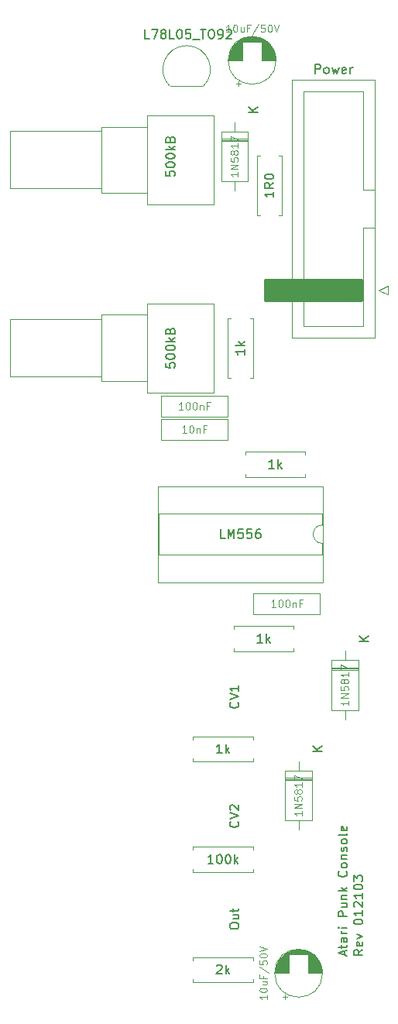
<source format=gbr>
G04 #@! TF.GenerationSoftware,KiCad,Pcbnew,(5.1.9)-1*
G04 #@! TF.CreationDate,2021-05-08T11:48:20+02:00*
G04 #@! TF.ProjectId,APC Eurorack Main,41504320-4575-4726-9f72-61636b204d61,rev?*
G04 #@! TF.SameCoordinates,Original*
G04 #@! TF.FileFunction,Legend,Top*
G04 #@! TF.FilePolarity,Positive*
%FSLAX46Y46*%
G04 Gerber Fmt 4.6, Leading zero omitted, Abs format (unit mm)*
G04 Created by KiCad (PCBNEW (5.1.9)-1) date 2021-05-08 11:48:20*
%MOMM*%
%LPD*%
G01*
G04 APERTURE LIST*
%ADD10C,0.200000*%
%ADD11C,0.120000*%
%ADD12C,0.150000*%
%ADD13C,0.100000*%
%ADD14C,0.254000*%
G04 APERTURE END LIST*
D10*
X21541666Y-104454523D02*
X21541666Y-103978333D01*
X21827380Y-104549761D02*
X20827380Y-104216428D01*
X21827380Y-103883095D01*
X21160714Y-103692619D02*
X21160714Y-103311666D01*
X20827380Y-103549761D02*
X21684523Y-103549761D01*
X21779761Y-103502142D01*
X21827380Y-103406904D01*
X21827380Y-103311666D01*
X21827380Y-102549761D02*
X21303571Y-102549761D01*
X21208333Y-102597380D01*
X21160714Y-102692619D01*
X21160714Y-102883095D01*
X21208333Y-102978333D01*
X21779761Y-102549761D02*
X21827380Y-102645000D01*
X21827380Y-102883095D01*
X21779761Y-102978333D01*
X21684523Y-103025952D01*
X21589285Y-103025952D01*
X21494047Y-102978333D01*
X21446428Y-102883095D01*
X21446428Y-102645000D01*
X21398809Y-102549761D01*
X21827380Y-102073571D02*
X21160714Y-102073571D01*
X21351190Y-102073571D02*
X21255952Y-102025952D01*
X21208333Y-101978333D01*
X21160714Y-101883095D01*
X21160714Y-101787857D01*
X21827380Y-101454523D02*
X21160714Y-101454523D01*
X20827380Y-101454523D02*
X20875000Y-101502142D01*
X20922619Y-101454523D01*
X20875000Y-101406904D01*
X20827380Y-101454523D01*
X20922619Y-101454523D01*
X21827380Y-100216428D02*
X20827380Y-100216428D01*
X20827380Y-99835476D01*
X20875000Y-99740238D01*
X20922619Y-99692619D01*
X21017857Y-99645000D01*
X21160714Y-99645000D01*
X21255952Y-99692619D01*
X21303571Y-99740238D01*
X21351190Y-99835476D01*
X21351190Y-100216428D01*
X21160714Y-98787857D02*
X21827380Y-98787857D01*
X21160714Y-99216428D02*
X21684523Y-99216428D01*
X21779761Y-99168809D01*
X21827380Y-99073571D01*
X21827380Y-98930714D01*
X21779761Y-98835476D01*
X21732142Y-98787857D01*
X21160714Y-98311666D02*
X21827380Y-98311666D01*
X21255952Y-98311666D02*
X21208333Y-98264047D01*
X21160714Y-98168809D01*
X21160714Y-98025952D01*
X21208333Y-97930714D01*
X21303571Y-97883095D01*
X21827380Y-97883095D01*
X21827380Y-97406904D02*
X20827380Y-97406904D01*
X21446428Y-97311666D02*
X21827380Y-97025952D01*
X21160714Y-97025952D02*
X21541666Y-97406904D01*
X21732142Y-95264047D02*
X21779761Y-95311666D01*
X21827380Y-95454523D01*
X21827380Y-95549761D01*
X21779761Y-95692619D01*
X21684523Y-95787857D01*
X21589285Y-95835476D01*
X21398809Y-95883095D01*
X21255952Y-95883095D01*
X21065476Y-95835476D01*
X20970238Y-95787857D01*
X20875000Y-95692619D01*
X20827380Y-95549761D01*
X20827380Y-95454523D01*
X20875000Y-95311666D01*
X20922619Y-95264047D01*
X21827380Y-94692619D02*
X21779761Y-94787857D01*
X21732142Y-94835476D01*
X21636904Y-94883095D01*
X21351190Y-94883095D01*
X21255952Y-94835476D01*
X21208333Y-94787857D01*
X21160714Y-94692619D01*
X21160714Y-94549761D01*
X21208333Y-94454523D01*
X21255952Y-94406904D01*
X21351190Y-94359285D01*
X21636904Y-94359285D01*
X21732142Y-94406904D01*
X21779761Y-94454523D01*
X21827380Y-94549761D01*
X21827380Y-94692619D01*
X21160714Y-93930714D02*
X21827380Y-93930714D01*
X21255952Y-93930714D02*
X21208333Y-93883095D01*
X21160714Y-93787857D01*
X21160714Y-93645000D01*
X21208333Y-93549761D01*
X21303571Y-93502142D01*
X21827380Y-93502142D01*
X21779761Y-93073571D02*
X21827380Y-92978333D01*
X21827380Y-92787857D01*
X21779761Y-92692619D01*
X21684523Y-92645000D01*
X21636904Y-92645000D01*
X21541666Y-92692619D01*
X21494047Y-92787857D01*
X21494047Y-92930714D01*
X21446428Y-93025952D01*
X21351190Y-93073571D01*
X21303571Y-93073571D01*
X21208333Y-93025952D01*
X21160714Y-92930714D01*
X21160714Y-92787857D01*
X21208333Y-92692619D01*
X21827380Y-92073571D02*
X21779761Y-92168809D01*
X21732142Y-92216428D01*
X21636904Y-92264047D01*
X21351190Y-92264047D01*
X21255952Y-92216428D01*
X21208333Y-92168809D01*
X21160714Y-92073571D01*
X21160714Y-91930714D01*
X21208333Y-91835476D01*
X21255952Y-91787857D01*
X21351190Y-91740238D01*
X21636904Y-91740238D01*
X21732142Y-91787857D01*
X21779761Y-91835476D01*
X21827380Y-91930714D01*
X21827380Y-92073571D01*
X21827380Y-91168809D02*
X21779761Y-91264047D01*
X21684523Y-91311666D01*
X20827380Y-91311666D01*
X21779761Y-90406904D02*
X21827380Y-90502142D01*
X21827380Y-90692619D01*
X21779761Y-90787857D01*
X21684523Y-90835476D01*
X21303571Y-90835476D01*
X21208333Y-90787857D01*
X21160714Y-90692619D01*
X21160714Y-90502142D01*
X21208333Y-90406904D01*
X21303571Y-90359285D01*
X21398809Y-90359285D01*
X21494047Y-90835476D01*
X23527380Y-103835476D02*
X23051190Y-104168809D01*
X23527380Y-104406904D02*
X22527380Y-104406904D01*
X22527380Y-104025952D01*
X22575000Y-103930714D01*
X22622619Y-103883095D01*
X22717857Y-103835476D01*
X22860714Y-103835476D01*
X22955952Y-103883095D01*
X23003571Y-103930714D01*
X23051190Y-104025952D01*
X23051190Y-104406904D01*
X23479761Y-103025952D02*
X23527380Y-103121190D01*
X23527380Y-103311666D01*
X23479761Y-103406904D01*
X23384523Y-103454523D01*
X23003571Y-103454523D01*
X22908333Y-103406904D01*
X22860714Y-103311666D01*
X22860714Y-103121190D01*
X22908333Y-103025952D01*
X23003571Y-102978333D01*
X23098809Y-102978333D01*
X23194047Y-103454523D01*
X22860714Y-102645000D02*
X23527380Y-102406904D01*
X22860714Y-102168809D01*
X22527380Y-100835476D02*
X22527380Y-100740238D01*
X22575000Y-100645000D01*
X22622619Y-100597380D01*
X22717857Y-100549761D01*
X22908333Y-100502142D01*
X23146428Y-100502142D01*
X23336904Y-100549761D01*
X23432142Y-100597380D01*
X23479761Y-100645000D01*
X23527380Y-100740238D01*
X23527380Y-100835476D01*
X23479761Y-100930714D01*
X23432142Y-100978333D01*
X23336904Y-101025952D01*
X23146428Y-101073571D01*
X22908333Y-101073571D01*
X22717857Y-101025952D01*
X22622619Y-100978333D01*
X22575000Y-100930714D01*
X22527380Y-100835476D01*
X23527380Y-99549761D02*
X23527380Y-100121190D01*
X23527380Y-99835476D02*
X22527380Y-99835476D01*
X22670238Y-99930714D01*
X22765476Y-100025952D01*
X22813095Y-100121190D01*
X22622619Y-99168809D02*
X22575000Y-99121190D01*
X22527380Y-99025952D01*
X22527380Y-98787857D01*
X22575000Y-98692619D01*
X22622619Y-98645000D01*
X22717857Y-98597380D01*
X22813095Y-98597380D01*
X22955952Y-98645000D01*
X23527380Y-99216428D01*
X23527380Y-98597380D01*
X23527380Y-97645000D02*
X23527380Y-98216428D01*
X23527380Y-97930714D02*
X22527380Y-97930714D01*
X22670238Y-98025952D01*
X22765476Y-98121190D01*
X22813095Y-98216428D01*
X22527380Y-97025952D02*
X22527380Y-96930714D01*
X22575000Y-96835476D01*
X22622619Y-96787857D01*
X22717857Y-96740238D01*
X22908333Y-96692619D01*
X23146428Y-96692619D01*
X23336904Y-96740238D01*
X23432142Y-96787857D01*
X23479761Y-96835476D01*
X23527380Y-96930714D01*
X23527380Y-97025952D01*
X23479761Y-97121190D01*
X23432142Y-97168809D01*
X23336904Y-97216428D01*
X23146428Y-97264047D01*
X22908333Y-97264047D01*
X22717857Y-97216428D01*
X22622619Y-97168809D01*
X22575000Y-97121190D01*
X22527380Y-97025952D01*
X22527380Y-96359285D02*
X22527380Y-95740238D01*
X22908333Y-96073571D01*
X22908333Y-95930714D01*
X22955952Y-95835476D01*
X23003571Y-95787857D01*
X23098809Y-95740238D01*
X23336904Y-95740238D01*
X23432142Y-95787857D01*
X23479761Y-95835476D01*
X23527380Y-95930714D01*
X23527380Y-96216428D01*
X23479761Y-96311666D01*
X23432142Y-96359285D01*
D11*
G04 #@! TO.C,R1*
X17240000Y-51840000D02*
X17240000Y-52170000D01*
X17240000Y-52170000D02*
X10700000Y-52170000D01*
X10700000Y-52170000D02*
X10700000Y-51840000D01*
X17240000Y-49760000D02*
X17240000Y-49430000D01*
X17240000Y-49430000D02*
X10700000Y-49430000D01*
X10700000Y-49430000D02*
X10700000Y-49760000D01*
G04 #@! TO.C,R11*
X7250000Y-42930000D02*
X-40000Y-42930000D01*
X7250000Y-33190000D02*
X-40000Y-33190000D01*
X7250000Y-42930000D02*
X7250000Y-33190000D01*
X-40000Y-42930000D02*
X-40000Y-33190000D01*
X-40000Y-41680000D02*
X-5040000Y-41680000D01*
X-40000Y-34440000D02*
X-5040000Y-34440000D01*
X-40000Y-41680000D02*
X-40000Y-34440000D01*
X-5040000Y-41680000D02*
X-5040000Y-34440000D01*
X-5040000Y-41180000D02*
X-15040000Y-41180000D01*
X-5040000Y-34940000D02*
X-15040000Y-34940000D01*
X-5040000Y-41180000D02*
X-5040000Y-34940000D01*
X-15040000Y-41180000D02*
X-15040000Y-34940000D01*
G04 #@! TO.C,R10*
X7250000Y-22370000D02*
X-40000Y-22370000D01*
X7250000Y-12630000D02*
X-40000Y-12630000D01*
X7250000Y-22370000D02*
X7250000Y-12630000D01*
X-40000Y-22370000D02*
X-40000Y-12630000D01*
X-40000Y-21120000D02*
X-5040000Y-21120000D01*
X-40000Y-13880000D02*
X-5040000Y-13880000D01*
X-40000Y-21120000D02*
X-40000Y-13880000D01*
X-5040000Y-21120000D02*
X-5040000Y-13880000D01*
X-5040000Y-20620000D02*
X-15040000Y-20620000D01*
X-5040000Y-14380000D02*
X-15040000Y-14380000D01*
X-5040000Y-20620000D02*
X-5040000Y-14380000D01*
X-15040000Y-20620000D02*
X-15040000Y-14380000D01*
G04 #@! TO.C,R9*
X11530000Y-34830000D02*
X11200000Y-34830000D01*
X11530000Y-41370000D02*
X11530000Y-34830000D01*
X11200000Y-41370000D02*
X11530000Y-41370000D01*
X8790000Y-34830000D02*
X9120000Y-34830000D01*
X8790000Y-41370000D02*
X8790000Y-34830000D01*
X9120000Y-41370000D02*
X8790000Y-41370000D01*
G04 #@! TO.C,R8*
X15970000Y-71220000D02*
X15970000Y-70890000D01*
X9430000Y-71220000D02*
X15970000Y-71220000D01*
X9430000Y-70890000D02*
X9430000Y-71220000D01*
X15970000Y-68480000D02*
X15970000Y-68810000D01*
X9430000Y-68480000D02*
X15970000Y-68480000D01*
X9430000Y-68810000D02*
X9430000Y-68480000D01*
G04 #@! TO.C,R7*
X11525000Y-83285000D02*
X11525000Y-82955000D01*
X4985000Y-83285000D02*
X11525000Y-83285000D01*
X4985000Y-82955000D02*
X4985000Y-83285000D01*
X11525000Y-80545000D02*
X11525000Y-80875000D01*
X4985000Y-80545000D02*
X11525000Y-80545000D01*
X4985000Y-80875000D02*
X4985000Y-80545000D01*
G04 #@! TO.C,R4*
X11525000Y-107415000D02*
X11525000Y-107085000D01*
X4985000Y-107415000D02*
X11525000Y-107415000D01*
X4985000Y-107085000D02*
X4985000Y-107415000D01*
X11525000Y-104675000D02*
X11525000Y-105005000D01*
X4985000Y-104675000D02*
X11525000Y-104675000D01*
X4985000Y-105005000D02*
X4985000Y-104675000D01*
G04 #@! TO.C,R3*
X4985000Y-92610000D02*
X4985000Y-92940000D01*
X11525000Y-92610000D02*
X4985000Y-92610000D01*
X11525000Y-92940000D02*
X11525000Y-92610000D01*
X4985000Y-95350000D02*
X4985000Y-95020000D01*
X11525000Y-95350000D02*
X4985000Y-95350000D01*
X11525000Y-95020000D02*
X11525000Y-95350000D01*
G04 #@! TO.C,R2*
X11965000Y-23590000D02*
X12295000Y-23590000D01*
X11965000Y-17050000D02*
X11965000Y-23590000D01*
X12295000Y-17050000D02*
X11965000Y-17050000D01*
X14705000Y-23590000D02*
X14375000Y-23590000D01*
X14705000Y-17050000D02*
X14705000Y-23590000D01*
X14375000Y-17050000D02*
X14705000Y-17050000D01*
G04 #@! TO.C,J1*
X26270000Y-31250000D02*
X25270000Y-31750000D01*
X26270000Y-32250000D02*
X26270000Y-31250000D01*
X25270000Y-31750000D02*
X26270000Y-32250000D01*
X23570000Y-20810000D02*
X24880000Y-20810000D01*
X23570000Y-20810000D02*
X23570000Y-20810000D01*
X23570000Y-10060000D02*
X23570000Y-20810000D01*
X17070000Y-10060000D02*
X23570000Y-10060000D01*
X17070000Y-35660000D02*
X17070000Y-10060000D01*
X23570000Y-35660000D02*
X17070000Y-35660000D01*
X23570000Y-24910000D02*
X23570000Y-35660000D01*
X24880000Y-24910000D02*
X23570000Y-24910000D01*
X24880000Y-8760000D02*
X24880000Y-36960000D01*
X15760000Y-8760000D02*
X24880000Y-8760000D01*
X15760000Y-36960000D02*
X15760000Y-8760000D01*
X24880000Y-36960000D02*
X15760000Y-36960000D01*
G04 #@! TO.C,IC2*
X19170000Y-63670000D02*
X19170000Y-53170000D01*
X1150000Y-63670000D02*
X19170000Y-63670000D01*
X1150000Y-53170000D02*
X1150000Y-63670000D01*
X19170000Y-53170000D02*
X1150000Y-53170000D01*
X19110000Y-60670000D02*
X19110000Y-59420000D01*
X1210000Y-60670000D02*
X19110000Y-60670000D01*
X1210000Y-56170000D02*
X1210000Y-60670000D01*
X19110000Y-56170000D02*
X1210000Y-56170000D01*
X19110000Y-57420000D02*
X19110000Y-56170000D01*
X19110000Y-59420000D02*
G75*
G02*
X19110000Y-57420000I0J1000000D01*
G01*
G04 #@! TO.C,IC1*
X2470000Y-9470000D02*
X6070000Y-9470000D01*
X6108478Y-9458478D02*
G75*
G03*
X4270000Y-5020000I-1838478J1838478D01*
G01*
X2431522Y-9458478D02*
G75*
G02*
X4270000Y-5020000I1838478J1838478D01*
G01*
G04 #@! TO.C,D3*
X23060000Y-72990000D02*
X20120000Y-72990000D01*
X23060000Y-73230000D02*
X20120000Y-73230000D01*
X23060000Y-73110000D02*
X20120000Y-73110000D01*
X21590000Y-78670000D02*
X21590000Y-77650000D01*
X21590000Y-71190000D02*
X21590000Y-72210000D01*
X23060000Y-77650000D02*
X23060000Y-72210000D01*
X20120000Y-77650000D02*
X23060000Y-77650000D01*
X20120000Y-72210000D02*
X20120000Y-77650000D01*
X23060000Y-72210000D02*
X20120000Y-72210000D01*
G04 #@! TO.C,D2*
X17980000Y-85055000D02*
X15040000Y-85055000D01*
X17980000Y-85295000D02*
X15040000Y-85295000D01*
X17980000Y-85175000D02*
X15040000Y-85175000D01*
X16510000Y-90735000D02*
X16510000Y-89715000D01*
X16510000Y-83255000D02*
X16510000Y-84275000D01*
X17980000Y-89715000D02*
X17980000Y-84275000D01*
X15040000Y-89715000D02*
X17980000Y-89715000D01*
X15040000Y-84275000D02*
X15040000Y-89715000D01*
X17980000Y-84275000D02*
X15040000Y-84275000D01*
G04 #@! TO.C,D1*
X10995000Y-15205000D02*
X8055000Y-15205000D01*
X10995000Y-15445000D02*
X8055000Y-15445000D01*
X10995000Y-15325000D02*
X8055000Y-15325000D01*
X9525000Y-20885000D02*
X9525000Y-19865000D01*
X9525000Y-13405000D02*
X9525000Y-14425000D01*
X10995000Y-19865000D02*
X10995000Y-14425000D01*
X8055000Y-19865000D02*
X10995000Y-19865000D01*
X8055000Y-14425000D02*
X8055000Y-19865000D01*
X10995000Y-14425000D02*
X8055000Y-14425000D01*
G04 #@! TO.C,C5*
X9705000Y-9174775D02*
X10205000Y-9174775D01*
X9955000Y-9424775D02*
X9955000Y-8924775D01*
X11146000Y-4019000D02*
X11714000Y-4019000D01*
X10912000Y-4059000D02*
X11948000Y-4059000D01*
X10753000Y-4099000D02*
X12107000Y-4099000D01*
X10625000Y-4139000D02*
X12235000Y-4139000D01*
X10515000Y-4179000D02*
X12345000Y-4179000D01*
X10419000Y-4219000D02*
X12441000Y-4219000D01*
X10332000Y-4259000D02*
X12528000Y-4259000D01*
X10252000Y-4299000D02*
X12608000Y-4299000D01*
X10179000Y-4339000D02*
X12681000Y-4339000D01*
X10111000Y-4379000D02*
X12749000Y-4379000D01*
X10047000Y-4419000D02*
X12813000Y-4419000D01*
X9987000Y-4459000D02*
X12873000Y-4459000D01*
X9930000Y-4499000D02*
X12930000Y-4499000D01*
X9876000Y-4539000D02*
X12984000Y-4539000D01*
X9825000Y-4579000D02*
X13035000Y-4579000D01*
X12470000Y-4619000D02*
X13083000Y-4619000D01*
X9777000Y-4619000D02*
X10390000Y-4619000D01*
X12470000Y-4659000D02*
X13129000Y-4659000D01*
X9731000Y-4659000D02*
X10390000Y-4659000D01*
X12470000Y-4699000D02*
X13173000Y-4699000D01*
X9687000Y-4699000D02*
X10390000Y-4699000D01*
X12470000Y-4739000D02*
X13215000Y-4739000D01*
X9645000Y-4739000D02*
X10390000Y-4739000D01*
X12470000Y-4779000D02*
X13256000Y-4779000D01*
X9604000Y-4779000D02*
X10390000Y-4779000D01*
X12470000Y-4819000D02*
X13294000Y-4819000D01*
X9566000Y-4819000D02*
X10390000Y-4819000D01*
X12470000Y-4859000D02*
X13331000Y-4859000D01*
X9529000Y-4859000D02*
X10390000Y-4859000D01*
X12470000Y-4899000D02*
X13367000Y-4899000D01*
X9493000Y-4899000D02*
X10390000Y-4899000D01*
X12470000Y-4939000D02*
X13401000Y-4939000D01*
X9459000Y-4939000D02*
X10390000Y-4939000D01*
X12470000Y-4979000D02*
X13434000Y-4979000D01*
X9426000Y-4979000D02*
X10390000Y-4979000D01*
X12470000Y-5019000D02*
X13465000Y-5019000D01*
X9395000Y-5019000D02*
X10390000Y-5019000D01*
X12470000Y-5059000D02*
X13495000Y-5059000D01*
X9365000Y-5059000D02*
X10390000Y-5059000D01*
X12470000Y-5099000D02*
X13525000Y-5099000D01*
X9335000Y-5099000D02*
X10390000Y-5099000D01*
X12470000Y-5139000D02*
X13552000Y-5139000D01*
X9308000Y-5139000D02*
X10390000Y-5139000D01*
X12470000Y-5179000D02*
X13579000Y-5179000D01*
X9281000Y-5179000D02*
X10390000Y-5179000D01*
X12470000Y-5219000D02*
X13605000Y-5219000D01*
X9255000Y-5219000D02*
X10390000Y-5219000D01*
X12470000Y-5259000D02*
X13630000Y-5259000D01*
X9230000Y-5259000D02*
X10390000Y-5259000D01*
X12470000Y-5299000D02*
X13654000Y-5299000D01*
X9206000Y-5299000D02*
X10390000Y-5299000D01*
X12470000Y-5339000D02*
X13677000Y-5339000D01*
X9183000Y-5339000D02*
X10390000Y-5339000D01*
X12470000Y-5379000D02*
X13698000Y-5379000D01*
X9162000Y-5379000D02*
X10390000Y-5379000D01*
X12470000Y-5419000D02*
X13720000Y-5419000D01*
X9140000Y-5419000D02*
X10390000Y-5419000D01*
X12470000Y-5459000D02*
X13740000Y-5459000D01*
X9120000Y-5459000D02*
X10390000Y-5459000D01*
X12470000Y-5499000D02*
X13759000Y-5499000D01*
X9101000Y-5499000D02*
X10390000Y-5499000D01*
X12470000Y-5539000D02*
X13778000Y-5539000D01*
X9082000Y-5539000D02*
X10390000Y-5539000D01*
X12470000Y-5579000D02*
X13795000Y-5579000D01*
X9065000Y-5579000D02*
X10390000Y-5579000D01*
X12470000Y-5619000D02*
X13812000Y-5619000D01*
X9048000Y-5619000D02*
X10390000Y-5619000D01*
X12470000Y-5659000D02*
X13828000Y-5659000D01*
X9032000Y-5659000D02*
X10390000Y-5659000D01*
X12470000Y-5699000D02*
X13844000Y-5699000D01*
X9016000Y-5699000D02*
X10390000Y-5699000D01*
X12470000Y-5739000D02*
X13858000Y-5739000D01*
X9002000Y-5739000D02*
X10390000Y-5739000D01*
X12470000Y-5779000D02*
X13872000Y-5779000D01*
X8988000Y-5779000D02*
X10390000Y-5779000D01*
X12470000Y-5819000D02*
X13885000Y-5819000D01*
X8975000Y-5819000D02*
X10390000Y-5819000D01*
X12470000Y-5859000D02*
X13898000Y-5859000D01*
X8962000Y-5859000D02*
X10390000Y-5859000D01*
X12470000Y-5899000D02*
X13910000Y-5899000D01*
X8950000Y-5899000D02*
X10390000Y-5899000D01*
X12470000Y-5940000D02*
X13921000Y-5940000D01*
X8939000Y-5940000D02*
X10390000Y-5940000D01*
X12470000Y-5980000D02*
X13931000Y-5980000D01*
X8929000Y-5980000D02*
X10390000Y-5980000D01*
X12470000Y-6020000D02*
X13941000Y-6020000D01*
X8919000Y-6020000D02*
X10390000Y-6020000D01*
X12470000Y-6060000D02*
X13950000Y-6060000D01*
X8910000Y-6060000D02*
X10390000Y-6060000D01*
X12470000Y-6100000D02*
X13958000Y-6100000D01*
X8902000Y-6100000D02*
X10390000Y-6100000D01*
X12470000Y-6140000D02*
X13966000Y-6140000D01*
X8894000Y-6140000D02*
X10390000Y-6140000D01*
X12470000Y-6180000D02*
X13973000Y-6180000D01*
X8887000Y-6180000D02*
X10390000Y-6180000D01*
X12470000Y-6220000D02*
X13980000Y-6220000D01*
X8880000Y-6220000D02*
X10390000Y-6220000D01*
X12470000Y-6260000D02*
X13986000Y-6260000D01*
X8874000Y-6260000D02*
X10390000Y-6260000D01*
X12470000Y-6300000D02*
X13991000Y-6300000D01*
X8869000Y-6300000D02*
X10390000Y-6300000D01*
X12470000Y-6340000D02*
X13995000Y-6340000D01*
X8865000Y-6340000D02*
X10390000Y-6340000D01*
X12470000Y-6380000D02*
X13999000Y-6380000D01*
X8861000Y-6380000D02*
X10390000Y-6380000D01*
X12470000Y-6420000D02*
X14003000Y-6420000D01*
X8857000Y-6420000D02*
X10390000Y-6420000D01*
X12470000Y-6460000D02*
X14006000Y-6460000D01*
X8854000Y-6460000D02*
X10390000Y-6460000D01*
X12470000Y-6500000D02*
X14008000Y-6500000D01*
X8852000Y-6500000D02*
X10390000Y-6500000D01*
X12470000Y-6540000D02*
X14009000Y-6540000D01*
X8851000Y-6540000D02*
X10390000Y-6540000D01*
X8850000Y-6580000D02*
X10390000Y-6580000D01*
X12470000Y-6580000D02*
X14010000Y-6580000D01*
X8850000Y-6620000D02*
X10390000Y-6620000D01*
X12470000Y-6620000D02*
X14010000Y-6620000D01*
X14050000Y-6620000D02*
G75*
G03*
X14050000Y-6620000I-2620000J0D01*
G01*
G04 #@! TO.C,C4*
X1500000Y-45570000D02*
X1500000Y-43330000D01*
X8740000Y-45570000D02*
X8740000Y-43330000D01*
X8740000Y-43330000D02*
X1500000Y-43330000D01*
X8740000Y-45570000D02*
X1500000Y-45570000D01*
G04 #@! TO.C,C3*
X14785000Y-108964775D02*
X15285000Y-108964775D01*
X15035000Y-109214775D02*
X15035000Y-108714775D01*
X16226000Y-103809000D02*
X16794000Y-103809000D01*
X15992000Y-103849000D02*
X17028000Y-103849000D01*
X15833000Y-103889000D02*
X17187000Y-103889000D01*
X15705000Y-103929000D02*
X17315000Y-103929000D01*
X15595000Y-103969000D02*
X17425000Y-103969000D01*
X15499000Y-104009000D02*
X17521000Y-104009000D01*
X15412000Y-104049000D02*
X17608000Y-104049000D01*
X15332000Y-104089000D02*
X17688000Y-104089000D01*
X15259000Y-104129000D02*
X17761000Y-104129000D01*
X15191000Y-104169000D02*
X17829000Y-104169000D01*
X15127000Y-104209000D02*
X17893000Y-104209000D01*
X15067000Y-104249000D02*
X17953000Y-104249000D01*
X15010000Y-104289000D02*
X18010000Y-104289000D01*
X14956000Y-104329000D02*
X18064000Y-104329000D01*
X14905000Y-104369000D02*
X18115000Y-104369000D01*
X17550000Y-104409000D02*
X18163000Y-104409000D01*
X14857000Y-104409000D02*
X15470000Y-104409000D01*
X17550000Y-104449000D02*
X18209000Y-104449000D01*
X14811000Y-104449000D02*
X15470000Y-104449000D01*
X17550000Y-104489000D02*
X18253000Y-104489000D01*
X14767000Y-104489000D02*
X15470000Y-104489000D01*
X17550000Y-104529000D02*
X18295000Y-104529000D01*
X14725000Y-104529000D02*
X15470000Y-104529000D01*
X17550000Y-104569000D02*
X18336000Y-104569000D01*
X14684000Y-104569000D02*
X15470000Y-104569000D01*
X17550000Y-104609000D02*
X18374000Y-104609000D01*
X14646000Y-104609000D02*
X15470000Y-104609000D01*
X17550000Y-104649000D02*
X18411000Y-104649000D01*
X14609000Y-104649000D02*
X15470000Y-104649000D01*
X17550000Y-104689000D02*
X18447000Y-104689000D01*
X14573000Y-104689000D02*
X15470000Y-104689000D01*
X17550000Y-104729000D02*
X18481000Y-104729000D01*
X14539000Y-104729000D02*
X15470000Y-104729000D01*
X17550000Y-104769000D02*
X18514000Y-104769000D01*
X14506000Y-104769000D02*
X15470000Y-104769000D01*
X17550000Y-104809000D02*
X18545000Y-104809000D01*
X14475000Y-104809000D02*
X15470000Y-104809000D01*
X17550000Y-104849000D02*
X18575000Y-104849000D01*
X14445000Y-104849000D02*
X15470000Y-104849000D01*
X17550000Y-104889000D02*
X18605000Y-104889000D01*
X14415000Y-104889000D02*
X15470000Y-104889000D01*
X17550000Y-104929000D02*
X18632000Y-104929000D01*
X14388000Y-104929000D02*
X15470000Y-104929000D01*
X17550000Y-104969000D02*
X18659000Y-104969000D01*
X14361000Y-104969000D02*
X15470000Y-104969000D01*
X17550000Y-105009000D02*
X18685000Y-105009000D01*
X14335000Y-105009000D02*
X15470000Y-105009000D01*
X17550000Y-105049000D02*
X18710000Y-105049000D01*
X14310000Y-105049000D02*
X15470000Y-105049000D01*
X17550000Y-105089000D02*
X18734000Y-105089000D01*
X14286000Y-105089000D02*
X15470000Y-105089000D01*
X17550000Y-105129000D02*
X18757000Y-105129000D01*
X14263000Y-105129000D02*
X15470000Y-105129000D01*
X17550000Y-105169000D02*
X18778000Y-105169000D01*
X14242000Y-105169000D02*
X15470000Y-105169000D01*
X17550000Y-105209000D02*
X18800000Y-105209000D01*
X14220000Y-105209000D02*
X15470000Y-105209000D01*
X17550000Y-105249000D02*
X18820000Y-105249000D01*
X14200000Y-105249000D02*
X15470000Y-105249000D01*
X17550000Y-105289000D02*
X18839000Y-105289000D01*
X14181000Y-105289000D02*
X15470000Y-105289000D01*
X17550000Y-105329000D02*
X18858000Y-105329000D01*
X14162000Y-105329000D02*
X15470000Y-105329000D01*
X17550000Y-105369000D02*
X18875000Y-105369000D01*
X14145000Y-105369000D02*
X15470000Y-105369000D01*
X17550000Y-105409000D02*
X18892000Y-105409000D01*
X14128000Y-105409000D02*
X15470000Y-105409000D01*
X17550000Y-105449000D02*
X18908000Y-105449000D01*
X14112000Y-105449000D02*
X15470000Y-105449000D01*
X17550000Y-105489000D02*
X18924000Y-105489000D01*
X14096000Y-105489000D02*
X15470000Y-105489000D01*
X17550000Y-105529000D02*
X18938000Y-105529000D01*
X14082000Y-105529000D02*
X15470000Y-105529000D01*
X17550000Y-105569000D02*
X18952000Y-105569000D01*
X14068000Y-105569000D02*
X15470000Y-105569000D01*
X17550000Y-105609000D02*
X18965000Y-105609000D01*
X14055000Y-105609000D02*
X15470000Y-105609000D01*
X17550000Y-105649000D02*
X18978000Y-105649000D01*
X14042000Y-105649000D02*
X15470000Y-105649000D01*
X17550000Y-105689000D02*
X18990000Y-105689000D01*
X14030000Y-105689000D02*
X15470000Y-105689000D01*
X17550000Y-105730000D02*
X19001000Y-105730000D01*
X14019000Y-105730000D02*
X15470000Y-105730000D01*
X17550000Y-105770000D02*
X19011000Y-105770000D01*
X14009000Y-105770000D02*
X15470000Y-105770000D01*
X17550000Y-105810000D02*
X19021000Y-105810000D01*
X13999000Y-105810000D02*
X15470000Y-105810000D01*
X17550000Y-105850000D02*
X19030000Y-105850000D01*
X13990000Y-105850000D02*
X15470000Y-105850000D01*
X17550000Y-105890000D02*
X19038000Y-105890000D01*
X13982000Y-105890000D02*
X15470000Y-105890000D01*
X17550000Y-105930000D02*
X19046000Y-105930000D01*
X13974000Y-105930000D02*
X15470000Y-105930000D01*
X17550000Y-105970000D02*
X19053000Y-105970000D01*
X13967000Y-105970000D02*
X15470000Y-105970000D01*
X17550000Y-106010000D02*
X19060000Y-106010000D01*
X13960000Y-106010000D02*
X15470000Y-106010000D01*
X17550000Y-106050000D02*
X19066000Y-106050000D01*
X13954000Y-106050000D02*
X15470000Y-106050000D01*
X17550000Y-106090000D02*
X19071000Y-106090000D01*
X13949000Y-106090000D02*
X15470000Y-106090000D01*
X17550000Y-106130000D02*
X19075000Y-106130000D01*
X13945000Y-106130000D02*
X15470000Y-106130000D01*
X17550000Y-106170000D02*
X19079000Y-106170000D01*
X13941000Y-106170000D02*
X15470000Y-106170000D01*
X17550000Y-106210000D02*
X19083000Y-106210000D01*
X13937000Y-106210000D02*
X15470000Y-106210000D01*
X17550000Y-106250000D02*
X19086000Y-106250000D01*
X13934000Y-106250000D02*
X15470000Y-106250000D01*
X17550000Y-106290000D02*
X19088000Y-106290000D01*
X13932000Y-106290000D02*
X15470000Y-106290000D01*
X17550000Y-106330000D02*
X19089000Y-106330000D01*
X13931000Y-106330000D02*
X15470000Y-106330000D01*
X13930000Y-106370000D02*
X15470000Y-106370000D01*
X17550000Y-106370000D02*
X19090000Y-106370000D01*
X13930000Y-106410000D02*
X15470000Y-106410000D01*
X17550000Y-106410000D02*
X19090000Y-106410000D01*
X19130000Y-106410000D02*
G75*
G03*
X19130000Y-106410000I-2620000J0D01*
G01*
G04 #@! TO.C,C2*
X18820000Y-64920000D02*
X18820000Y-67160000D01*
X11580000Y-64920000D02*
X11580000Y-67160000D01*
X11580000Y-67160000D02*
X18820000Y-67160000D01*
X11580000Y-64920000D02*
X18820000Y-64920000D01*
G04 #@! TO.C,C1*
X1500000Y-48110000D02*
X1500000Y-45870000D01*
X8740000Y-48110000D02*
X8740000Y-45870000D01*
X8740000Y-45870000D02*
X1500000Y-45870000D01*
X8740000Y-48110000D02*
X1500000Y-48110000D01*
G04 #@! TO.C,R1*
D12*
X13850952Y-51252380D02*
X13279523Y-51252380D01*
X13565238Y-51252380D02*
X13565238Y-50252380D01*
X13470000Y-50395238D01*
X13374761Y-50490476D01*
X13279523Y-50538095D01*
X14279523Y-51252380D02*
X14279523Y-50252380D01*
X14374761Y-50871428D02*
X14660476Y-51252380D01*
X14660476Y-50585714D02*
X14279523Y-50966666D01*
G04 #@! TO.C,R11*
X1992380Y-39719047D02*
X1992380Y-40195238D01*
X2468571Y-40242857D01*
X2420952Y-40195238D01*
X2373333Y-40100000D01*
X2373333Y-39861904D01*
X2420952Y-39766666D01*
X2468571Y-39719047D01*
X2563809Y-39671428D01*
X2801904Y-39671428D01*
X2897142Y-39719047D01*
X2944761Y-39766666D01*
X2992380Y-39861904D01*
X2992380Y-40100000D01*
X2944761Y-40195238D01*
X2897142Y-40242857D01*
X1992380Y-39052380D02*
X1992380Y-38957142D01*
X2040000Y-38861904D01*
X2087619Y-38814285D01*
X2182857Y-38766666D01*
X2373333Y-38719047D01*
X2611428Y-38719047D01*
X2801904Y-38766666D01*
X2897142Y-38814285D01*
X2944761Y-38861904D01*
X2992380Y-38957142D01*
X2992380Y-39052380D01*
X2944761Y-39147619D01*
X2897142Y-39195238D01*
X2801904Y-39242857D01*
X2611428Y-39290476D01*
X2373333Y-39290476D01*
X2182857Y-39242857D01*
X2087619Y-39195238D01*
X2040000Y-39147619D01*
X1992380Y-39052380D01*
X1992380Y-38100000D02*
X1992380Y-38004761D01*
X2040000Y-37909523D01*
X2087619Y-37861904D01*
X2182857Y-37814285D01*
X2373333Y-37766666D01*
X2611428Y-37766666D01*
X2801904Y-37814285D01*
X2897142Y-37861904D01*
X2944761Y-37909523D01*
X2992380Y-38004761D01*
X2992380Y-38100000D01*
X2944761Y-38195238D01*
X2897142Y-38242857D01*
X2801904Y-38290476D01*
X2611428Y-38338095D01*
X2373333Y-38338095D01*
X2182857Y-38290476D01*
X2087619Y-38242857D01*
X2040000Y-38195238D01*
X1992380Y-38100000D01*
X2992380Y-37338095D02*
X1992380Y-37338095D01*
X2611428Y-37242857D02*
X2992380Y-36957142D01*
X2325714Y-36957142D02*
X2706666Y-37338095D01*
X2468571Y-36195238D02*
X2516190Y-36052380D01*
X2563809Y-36004761D01*
X2659047Y-35957142D01*
X2801904Y-35957142D01*
X2897142Y-36004761D01*
X2944761Y-36052380D01*
X2992380Y-36147619D01*
X2992380Y-36528571D01*
X1992380Y-36528571D01*
X1992380Y-36195238D01*
X2040000Y-36100000D01*
X2087619Y-36052380D01*
X2182857Y-36004761D01*
X2278095Y-36004761D01*
X2373333Y-36052380D01*
X2420952Y-36100000D01*
X2468571Y-36195238D01*
X2468571Y-36528571D01*
G04 #@! TO.C,R10*
X1992380Y-18764047D02*
X1992380Y-19240238D01*
X2468571Y-19287857D01*
X2420952Y-19240238D01*
X2373333Y-19145000D01*
X2373333Y-18906904D01*
X2420952Y-18811666D01*
X2468571Y-18764047D01*
X2563809Y-18716428D01*
X2801904Y-18716428D01*
X2897142Y-18764047D01*
X2944761Y-18811666D01*
X2992380Y-18906904D01*
X2992380Y-19145000D01*
X2944761Y-19240238D01*
X2897142Y-19287857D01*
X1992380Y-18097380D02*
X1992380Y-18002142D01*
X2040000Y-17906904D01*
X2087619Y-17859285D01*
X2182857Y-17811666D01*
X2373333Y-17764047D01*
X2611428Y-17764047D01*
X2801904Y-17811666D01*
X2897142Y-17859285D01*
X2944761Y-17906904D01*
X2992380Y-18002142D01*
X2992380Y-18097380D01*
X2944761Y-18192619D01*
X2897142Y-18240238D01*
X2801904Y-18287857D01*
X2611428Y-18335476D01*
X2373333Y-18335476D01*
X2182857Y-18287857D01*
X2087619Y-18240238D01*
X2040000Y-18192619D01*
X1992380Y-18097380D01*
X1992380Y-17145000D02*
X1992380Y-17049761D01*
X2040000Y-16954523D01*
X2087619Y-16906904D01*
X2182857Y-16859285D01*
X2373333Y-16811666D01*
X2611428Y-16811666D01*
X2801904Y-16859285D01*
X2897142Y-16906904D01*
X2944761Y-16954523D01*
X2992380Y-17049761D01*
X2992380Y-17145000D01*
X2944761Y-17240238D01*
X2897142Y-17287857D01*
X2801904Y-17335476D01*
X2611428Y-17383095D01*
X2373333Y-17383095D01*
X2182857Y-17335476D01*
X2087619Y-17287857D01*
X2040000Y-17240238D01*
X1992380Y-17145000D01*
X2992380Y-16383095D02*
X1992380Y-16383095D01*
X2611428Y-16287857D02*
X2992380Y-16002142D01*
X2325714Y-16002142D02*
X2706666Y-16383095D01*
X2468571Y-15240238D02*
X2516190Y-15097380D01*
X2563809Y-15049761D01*
X2659047Y-15002142D01*
X2801904Y-15002142D01*
X2897142Y-15049761D01*
X2944761Y-15097380D01*
X2992380Y-15192619D01*
X2992380Y-15573571D01*
X1992380Y-15573571D01*
X1992380Y-15240238D01*
X2040000Y-15145000D01*
X2087619Y-15097380D01*
X2182857Y-15049761D01*
X2278095Y-15049761D01*
X2373333Y-15097380D01*
X2420952Y-15145000D01*
X2468571Y-15240238D01*
X2468571Y-15573571D01*
G04 #@! TO.C,J6*
X9882142Y-76795238D02*
X9929761Y-76842857D01*
X9977380Y-76985714D01*
X9977380Y-77080952D01*
X9929761Y-77223809D01*
X9834523Y-77319047D01*
X9739285Y-77366666D01*
X9548809Y-77414285D01*
X9405952Y-77414285D01*
X9215476Y-77366666D01*
X9120238Y-77319047D01*
X9025000Y-77223809D01*
X8977380Y-77080952D01*
X8977380Y-76985714D01*
X9025000Y-76842857D01*
X9072619Y-76795238D01*
X8977380Y-76509523D02*
X9977380Y-76176190D01*
X8977380Y-75842857D01*
X9977380Y-74985714D02*
X9977380Y-75557142D01*
X9977380Y-75271428D02*
X8977380Y-75271428D01*
X9120238Y-75366666D01*
X9215476Y-75461904D01*
X9263095Y-75557142D01*
G04 #@! TO.C,J5*
X9882142Y-89825238D02*
X9929761Y-89872857D01*
X9977380Y-90015714D01*
X9977380Y-90110952D01*
X9929761Y-90253809D01*
X9834523Y-90349047D01*
X9739285Y-90396666D01*
X9548809Y-90444285D01*
X9405952Y-90444285D01*
X9215476Y-90396666D01*
X9120238Y-90349047D01*
X9025000Y-90253809D01*
X8977380Y-90110952D01*
X8977380Y-90015714D01*
X9025000Y-89872857D01*
X9072619Y-89825238D01*
X8977380Y-89539523D02*
X9977380Y-89206190D01*
X8977380Y-88872857D01*
X9072619Y-88587142D02*
X9025000Y-88539523D01*
X8977380Y-88444285D01*
X8977380Y-88206190D01*
X9025000Y-88110952D01*
X9072619Y-88063333D01*
X9167857Y-88015714D01*
X9263095Y-88015714D01*
X9405952Y-88063333D01*
X9977380Y-88634761D01*
X9977380Y-88015714D01*
G04 #@! TO.C,J4*
X8977380Y-101328333D02*
X8977380Y-101137857D01*
X9025000Y-101042619D01*
X9120238Y-100947380D01*
X9310714Y-100899761D01*
X9644047Y-100899761D01*
X9834523Y-100947380D01*
X9929761Y-101042619D01*
X9977380Y-101137857D01*
X9977380Y-101328333D01*
X9929761Y-101423571D01*
X9834523Y-101518809D01*
X9644047Y-101566428D01*
X9310714Y-101566428D01*
X9120238Y-101518809D01*
X9025000Y-101423571D01*
X8977380Y-101328333D01*
X9310714Y-100042619D02*
X9977380Y-100042619D01*
X9310714Y-100471190D02*
X9834523Y-100471190D01*
X9929761Y-100423571D01*
X9977380Y-100328333D01*
X9977380Y-100185476D01*
X9929761Y-100090238D01*
X9882142Y-100042619D01*
X9310714Y-99709285D02*
X9310714Y-99328333D01*
X8977380Y-99566428D02*
X9834523Y-99566428D01*
X9929761Y-99518809D01*
X9977380Y-99423571D01*
X9977380Y-99328333D01*
G04 #@! TO.C,R9*
X10612380Y-38219047D02*
X10612380Y-38790476D01*
X10612380Y-38504761D02*
X9612380Y-38504761D01*
X9755238Y-38600000D01*
X9850476Y-38695238D01*
X9898095Y-38790476D01*
X10612380Y-37790476D02*
X9612380Y-37790476D01*
X10231428Y-37695238D02*
X10612380Y-37409523D01*
X9945714Y-37409523D02*
X10326666Y-37790476D01*
G04 #@! TO.C,R8*
X12580952Y-70302380D02*
X12009523Y-70302380D01*
X12295238Y-70302380D02*
X12295238Y-69302380D01*
X12200000Y-69445238D01*
X12104761Y-69540476D01*
X12009523Y-69588095D01*
X13009523Y-70302380D02*
X13009523Y-69302380D01*
X13104761Y-69921428D02*
X13390476Y-70302380D01*
X13390476Y-69635714D02*
X13009523Y-70016666D01*
G04 #@! TO.C,R7*
X8135952Y-82367380D02*
X7564523Y-82367380D01*
X7850238Y-82367380D02*
X7850238Y-81367380D01*
X7755000Y-81510238D01*
X7659761Y-81605476D01*
X7564523Y-81653095D01*
X8564523Y-82367380D02*
X8564523Y-81367380D01*
X8659761Y-81986428D02*
X8945476Y-82367380D01*
X8945476Y-81700714D02*
X8564523Y-82081666D01*
G04 #@! TO.C,R4*
X7564523Y-105592619D02*
X7612142Y-105545000D01*
X7707380Y-105497380D01*
X7945476Y-105497380D01*
X8040714Y-105545000D01*
X8088333Y-105592619D01*
X8135952Y-105687857D01*
X8135952Y-105783095D01*
X8088333Y-105925952D01*
X7516904Y-106497380D01*
X8135952Y-106497380D01*
X8564523Y-106497380D02*
X8564523Y-105497380D01*
X8659761Y-106116428D02*
X8945476Y-106497380D01*
X8945476Y-105830714D02*
X8564523Y-106211666D01*
G04 #@! TO.C,R3*
X7183571Y-94432380D02*
X6612142Y-94432380D01*
X6897857Y-94432380D02*
X6897857Y-93432380D01*
X6802619Y-93575238D01*
X6707380Y-93670476D01*
X6612142Y-93718095D01*
X7802619Y-93432380D02*
X7897857Y-93432380D01*
X7993095Y-93480000D01*
X8040714Y-93527619D01*
X8088333Y-93622857D01*
X8135952Y-93813333D01*
X8135952Y-94051428D01*
X8088333Y-94241904D01*
X8040714Y-94337142D01*
X7993095Y-94384761D01*
X7897857Y-94432380D01*
X7802619Y-94432380D01*
X7707380Y-94384761D01*
X7659761Y-94337142D01*
X7612142Y-94241904D01*
X7564523Y-94051428D01*
X7564523Y-93813333D01*
X7612142Y-93622857D01*
X7659761Y-93527619D01*
X7707380Y-93480000D01*
X7802619Y-93432380D01*
X8755000Y-93432380D02*
X8850238Y-93432380D01*
X8945476Y-93480000D01*
X8993095Y-93527619D01*
X9040714Y-93622857D01*
X9088333Y-93813333D01*
X9088333Y-94051428D01*
X9040714Y-94241904D01*
X8993095Y-94337142D01*
X8945476Y-94384761D01*
X8850238Y-94432380D01*
X8755000Y-94432380D01*
X8659761Y-94384761D01*
X8612142Y-94337142D01*
X8564523Y-94241904D01*
X8516904Y-94051428D01*
X8516904Y-93813333D01*
X8564523Y-93622857D01*
X8612142Y-93527619D01*
X8659761Y-93480000D01*
X8755000Y-93432380D01*
X9516904Y-94432380D02*
X9516904Y-93432380D01*
X9612142Y-94051428D02*
X9897857Y-94432380D01*
X9897857Y-93765714D02*
X9516904Y-94146666D01*
G04 #@! TO.C,R2*
X13787380Y-21010476D02*
X13787380Y-21581904D01*
X13787380Y-21296190D02*
X12787380Y-21296190D01*
X12930238Y-21391428D01*
X13025476Y-21486666D01*
X13073095Y-21581904D01*
X13787380Y-20010476D02*
X13311190Y-20343809D01*
X13787380Y-20581904D02*
X12787380Y-20581904D01*
X12787380Y-20200952D01*
X12835000Y-20105714D01*
X12882619Y-20058095D01*
X12977857Y-20010476D01*
X13120714Y-20010476D01*
X13215952Y-20058095D01*
X13263571Y-20105714D01*
X13311190Y-20200952D01*
X13311190Y-20581904D01*
X12787380Y-19391428D02*
X12787380Y-19296190D01*
X12835000Y-19200952D01*
X12882619Y-19153333D01*
X12977857Y-19105714D01*
X13168333Y-19058095D01*
X13406428Y-19058095D01*
X13596904Y-19105714D01*
X13692142Y-19153333D01*
X13739761Y-19200952D01*
X13787380Y-19296190D01*
X13787380Y-19391428D01*
X13739761Y-19486666D01*
X13692142Y-19534285D01*
X13596904Y-19581904D01*
X13406428Y-19629523D01*
X13168333Y-19629523D01*
X12977857Y-19581904D01*
X12882619Y-19534285D01*
X12835000Y-19486666D01*
X12787380Y-19391428D01*
G04 #@! TO.C,J1*
X18343809Y-8072380D02*
X18343809Y-7072380D01*
X18724761Y-7072380D01*
X18819999Y-7120000D01*
X18867619Y-7167619D01*
X18915238Y-7262857D01*
X18915238Y-7405714D01*
X18867619Y-7500952D01*
X18819999Y-7548571D01*
X18724761Y-7596190D01*
X18343809Y-7596190D01*
X19486666Y-8072380D02*
X19391428Y-8024761D01*
X19343809Y-7977142D01*
X19296190Y-7881904D01*
X19296190Y-7596190D01*
X19343809Y-7500952D01*
X19391428Y-7453333D01*
X19486666Y-7405714D01*
X19629523Y-7405714D01*
X19724761Y-7453333D01*
X19772380Y-7500952D01*
X19819999Y-7596190D01*
X19819999Y-7881904D01*
X19772380Y-7977142D01*
X19724761Y-8024761D01*
X19629523Y-8072380D01*
X19486666Y-8072380D01*
X20153333Y-7405714D02*
X20343809Y-8072380D01*
X20534285Y-7596190D01*
X20724761Y-8072380D01*
X20915238Y-7405714D01*
X21677142Y-8024761D02*
X21581904Y-8072380D01*
X21391428Y-8072380D01*
X21296190Y-8024761D01*
X21248571Y-7929523D01*
X21248571Y-7548571D01*
X21296190Y-7453333D01*
X21391428Y-7405714D01*
X21581904Y-7405714D01*
X21677142Y-7453333D01*
X21724761Y-7548571D01*
X21724761Y-7643809D01*
X21248571Y-7739047D01*
X22153333Y-8072380D02*
X22153333Y-7405714D01*
X22153333Y-7596190D02*
X22200952Y-7500952D01*
X22248571Y-7453333D01*
X22343809Y-7405714D01*
X22439047Y-7405714D01*
G04 #@! TO.C,IC2*
X8469523Y-58872380D02*
X7993333Y-58872380D01*
X7993333Y-57872380D01*
X8802857Y-58872380D02*
X8802857Y-57872380D01*
X9136190Y-58586666D01*
X9469523Y-57872380D01*
X9469523Y-58872380D01*
X10421904Y-57872380D02*
X9945714Y-57872380D01*
X9898095Y-58348571D01*
X9945714Y-58300952D01*
X10040952Y-58253333D01*
X10279047Y-58253333D01*
X10374285Y-58300952D01*
X10421904Y-58348571D01*
X10469523Y-58443809D01*
X10469523Y-58681904D01*
X10421904Y-58777142D01*
X10374285Y-58824761D01*
X10279047Y-58872380D01*
X10040952Y-58872380D01*
X9945714Y-58824761D01*
X9898095Y-58777142D01*
X11374285Y-57872380D02*
X10898095Y-57872380D01*
X10850476Y-58348571D01*
X10898095Y-58300952D01*
X10993333Y-58253333D01*
X11231428Y-58253333D01*
X11326666Y-58300952D01*
X11374285Y-58348571D01*
X11421904Y-58443809D01*
X11421904Y-58681904D01*
X11374285Y-58777142D01*
X11326666Y-58824761D01*
X11231428Y-58872380D01*
X10993333Y-58872380D01*
X10898095Y-58824761D01*
X10850476Y-58777142D01*
X12279047Y-57872380D02*
X12088571Y-57872380D01*
X11993333Y-57920000D01*
X11945714Y-57967619D01*
X11850476Y-58110476D01*
X11802857Y-58300952D01*
X11802857Y-58681904D01*
X11850476Y-58777142D01*
X11898095Y-58824761D01*
X11993333Y-58872380D01*
X12183809Y-58872380D01*
X12279047Y-58824761D01*
X12326666Y-58777142D01*
X12374285Y-58681904D01*
X12374285Y-58443809D01*
X12326666Y-58348571D01*
X12279047Y-58300952D01*
X12183809Y-58253333D01*
X11993333Y-58253333D01*
X11898095Y-58300952D01*
X11850476Y-58348571D01*
X11802857Y-58443809D01*
G04 #@! TO.C,IC1*
X206904Y-4262380D02*
X-269285Y-4262380D01*
X-269285Y-3262380D01*
X445000Y-3262380D02*
X1111666Y-3262380D01*
X683095Y-4262380D01*
X1635476Y-3690952D02*
X1540238Y-3643333D01*
X1492619Y-3595714D01*
X1445000Y-3500476D01*
X1445000Y-3452857D01*
X1492619Y-3357619D01*
X1540238Y-3310000D01*
X1635476Y-3262380D01*
X1825952Y-3262380D01*
X1921190Y-3310000D01*
X1968809Y-3357619D01*
X2016428Y-3452857D01*
X2016428Y-3500476D01*
X1968809Y-3595714D01*
X1921190Y-3643333D01*
X1825952Y-3690952D01*
X1635476Y-3690952D01*
X1540238Y-3738571D01*
X1492619Y-3786190D01*
X1445000Y-3881428D01*
X1445000Y-4071904D01*
X1492619Y-4167142D01*
X1540238Y-4214761D01*
X1635476Y-4262380D01*
X1825952Y-4262380D01*
X1921190Y-4214761D01*
X1968809Y-4167142D01*
X2016428Y-4071904D01*
X2016428Y-3881428D01*
X1968809Y-3786190D01*
X1921190Y-3738571D01*
X1825952Y-3690952D01*
X2921190Y-4262380D02*
X2444999Y-4262380D01*
X2444999Y-3262380D01*
X3445000Y-3262380D02*
X3540238Y-3262380D01*
X3635476Y-3310000D01*
X3683095Y-3357619D01*
X3730714Y-3452857D01*
X3778333Y-3643333D01*
X3778333Y-3881428D01*
X3730714Y-4071904D01*
X3683095Y-4167142D01*
X3635476Y-4214761D01*
X3540238Y-4262380D01*
X3445000Y-4262380D01*
X3349761Y-4214761D01*
X3302142Y-4167142D01*
X3254523Y-4071904D01*
X3206904Y-3881428D01*
X3206904Y-3643333D01*
X3254523Y-3452857D01*
X3302142Y-3357619D01*
X3349761Y-3310000D01*
X3445000Y-3262380D01*
X4683095Y-3262380D02*
X4206904Y-3262380D01*
X4159285Y-3738571D01*
X4206904Y-3690952D01*
X4302142Y-3643333D01*
X4540238Y-3643333D01*
X4635476Y-3690952D01*
X4683095Y-3738571D01*
X4730714Y-3833809D01*
X4730714Y-4071904D01*
X4683095Y-4167142D01*
X4635476Y-4214761D01*
X4540238Y-4262380D01*
X4302142Y-4262380D01*
X4206904Y-4214761D01*
X4159285Y-4167142D01*
X4921190Y-4357619D02*
X5683095Y-4357619D01*
X5778333Y-3262380D02*
X6349761Y-3262380D01*
X6064047Y-4262380D02*
X6064047Y-3262380D01*
X6873571Y-3262380D02*
X7064047Y-3262380D01*
X7159285Y-3310000D01*
X7254523Y-3405238D01*
X7302142Y-3595714D01*
X7302142Y-3929047D01*
X7254523Y-4119523D01*
X7159285Y-4214761D01*
X7064047Y-4262380D01*
X6873571Y-4262380D01*
X6778333Y-4214761D01*
X6683095Y-4119523D01*
X6635476Y-3929047D01*
X6635476Y-3595714D01*
X6683095Y-3405238D01*
X6778333Y-3310000D01*
X6873571Y-3262380D01*
X7778333Y-4262380D02*
X7968809Y-4262380D01*
X8064047Y-4214761D01*
X8111666Y-4167142D01*
X8206904Y-4024285D01*
X8254523Y-3833809D01*
X8254523Y-3452857D01*
X8206904Y-3357619D01*
X8159285Y-3310000D01*
X8064047Y-3262380D01*
X7873571Y-3262380D01*
X7778333Y-3310000D01*
X7730714Y-3357619D01*
X7683095Y-3452857D01*
X7683095Y-3690952D01*
X7730714Y-3786190D01*
X7778333Y-3833809D01*
X7873571Y-3881428D01*
X8064047Y-3881428D01*
X8159285Y-3833809D01*
X8206904Y-3786190D01*
X8254523Y-3690952D01*
X8635476Y-3357619D02*
X8683095Y-3310000D01*
X8778333Y-3262380D01*
X9016428Y-3262380D01*
X9111666Y-3310000D01*
X9159285Y-3357619D01*
X9206904Y-3452857D01*
X9206904Y-3548095D01*
X9159285Y-3690952D01*
X8587857Y-4262380D01*
X9206904Y-4262380D01*
G04 #@! TO.C,D3*
D13*
X21951904Y-76644285D02*
X21951904Y-77101428D01*
X21951904Y-76872857D02*
X21151904Y-76872857D01*
X21266190Y-76949047D01*
X21342380Y-77025238D01*
X21380476Y-77101428D01*
X21951904Y-76301428D02*
X21151904Y-76301428D01*
X21951904Y-75844285D01*
X21151904Y-75844285D01*
X21151904Y-75082380D02*
X21151904Y-75463333D01*
X21532857Y-75501428D01*
X21494761Y-75463333D01*
X21456666Y-75387142D01*
X21456666Y-75196666D01*
X21494761Y-75120476D01*
X21532857Y-75082380D01*
X21609047Y-75044285D01*
X21799523Y-75044285D01*
X21875714Y-75082380D01*
X21913809Y-75120476D01*
X21951904Y-75196666D01*
X21951904Y-75387142D01*
X21913809Y-75463333D01*
X21875714Y-75501428D01*
X21494761Y-74587142D02*
X21456666Y-74663333D01*
X21418571Y-74701428D01*
X21342380Y-74739523D01*
X21304285Y-74739523D01*
X21228095Y-74701428D01*
X21190000Y-74663333D01*
X21151904Y-74587142D01*
X21151904Y-74434761D01*
X21190000Y-74358571D01*
X21228095Y-74320476D01*
X21304285Y-74282380D01*
X21342380Y-74282380D01*
X21418571Y-74320476D01*
X21456666Y-74358571D01*
X21494761Y-74434761D01*
X21494761Y-74587142D01*
X21532857Y-74663333D01*
X21570952Y-74701428D01*
X21647142Y-74739523D01*
X21799523Y-74739523D01*
X21875714Y-74701428D01*
X21913809Y-74663333D01*
X21951904Y-74587142D01*
X21951904Y-74434761D01*
X21913809Y-74358571D01*
X21875714Y-74320476D01*
X21799523Y-74282380D01*
X21647142Y-74282380D01*
X21570952Y-74320476D01*
X21532857Y-74358571D01*
X21494761Y-74434761D01*
X21951904Y-73520476D02*
X21951904Y-73977619D01*
X21951904Y-73749047D02*
X21151904Y-73749047D01*
X21266190Y-73825238D01*
X21342380Y-73901428D01*
X21380476Y-73977619D01*
X21151904Y-73253809D02*
X21151904Y-72720476D01*
X21951904Y-73063333D01*
D12*
X24142380Y-70111904D02*
X23142380Y-70111904D01*
X24142380Y-69540476D02*
X23570952Y-69969047D01*
X23142380Y-69540476D02*
X23713809Y-70111904D01*
G04 #@! TO.C,D2*
D13*
X16871904Y-88709285D02*
X16871904Y-89166428D01*
X16871904Y-88937857D02*
X16071904Y-88937857D01*
X16186190Y-89014047D01*
X16262380Y-89090238D01*
X16300476Y-89166428D01*
X16871904Y-88366428D02*
X16071904Y-88366428D01*
X16871904Y-87909285D01*
X16071904Y-87909285D01*
X16071904Y-87147380D02*
X16071904Y-87528333D01*
X16452857Y-87566428D01*
X16414761Y-87528333D01*
X16376666Y-87452142D01*
X16376666Y-87261666D01*
X16414761Y-87185476D01*
X16452857Y-87147380D01*
X16529047Y-87109285D01*
X16719523Y-87109285D01*
X16795714Y-87147380D01*
X16833809Y-87185476D01*
X16871904Y-87261666D01*
X16871904Y-87452142D01*
X16833809Y-87528333D01*
X16795714Y-87566428D01*
X16414761Y-86652142D02*
X16376666Y-86728333D01*
X16338571Y-86766428D01*
X16262380Y-86804523D01*
X16224285Y-86804523D01*
X16148095Y-86766428D01*
X16110000Y-86728333D01*
X16071904Y-86652142D01*
X16071904Y-86499761D01*
X16110000Y-86423571D01*
X16148095Y-86385476D01*
X16224285Y-86347380D01*
X16262380Y-86347380D01*
X16338571Y-86385476D01*
X16376666Y-86423571D01*
X16414761Y-86499761D01*
X16414761Y-86652142D01*
X16452857Y-86728333D01*
X16490952Y-86766428D01*
X16567142Y-86804523D01*
X16719523Y-86804523D01*
X16795714Y-86766428D01*
X16833809Y-86728333D01*
X16871904Y-86652142D01*
X16871904Y-86499761D01*
X16833809Y-86423571D01*
X16795714Y-86385476D01*
X16719523Y-86347380D01*
X16567142Y-86347380D01*
X16490952Y-86385476D01*
X16452857Y-86423571D01*
X16414761Y-86499761D01*
X16871904Y-85585476D02*
X16871904Y-86042619D01*
X16871904Y-85814047D02*
X16071904Y-85814047D01*
X16186190Y-85890238D01*
X16262380Y-85966428D01*
X16300476Y-86042619D01*
X16071904Y-85318809D02*
X16071904Y-84785476D01*
X16871904Y-85128333D01*
D12*
X19062380Y-82176904D02*
X18062380Y-82176904D01*
X19062380Y-81605476D02*
X18490952Y-82034047D01*
X18062380Y-81605476D02*
X18633809Y-82176904D01*
G04 #@! TO.C,D1*
D13*
X9886904Y-18859285D02*
X9886904Y-19316428D01*
X9886904Y-19087857D02*
X9086904Y-19087857D01*
X9201190Y-19164047D01*
X9277380Y-19240238D01*
X9315476Y-19316428D01*
X9886904Y-18516428D02*
X9086904Y-18516428D01*
X9886904Y-18059285D01*
X9086904Y-18059285D01*
X9086904Y-17297380D02*
X9086904Y-17678333D01*
X9467857Y-17716428D01*
X9429761Y-17678333D01*
X9391666Y-17602142D01*
X9391666Y-17411666D01*
X9429761Y-17335476D01*
X9467857Y-17297380D01*
X9544047Y-17259285D01*
X9734523Y-17259285D01*
X9810714Y-17297380D01*
X9848809Y-17335476D01*
X9886904Y-17411666D01*
X9886904Y-17602142D01*
X9848809Y-17678333D01*
X9810714Y-17716428D01*
X9429761Y-16802142D02*
X9391666Y-16878333D01*
X9353571Y-16916428D01*
X9277380Y-16954523D01*
X9239285Y-16954523D01*
X9163095Y-16916428D01*
X9125000Y-16878333D01*
X9086904Y-16802142D01*
X9086904Y-16649761D01*
X9125000Y-16573571D01*
X9163095Y-16535476D01*
X9239285Y-16497380D01*
X9277380Y-16497380D01*
X9353571Y-16535476D01*
X9391666Y-16573571D01*
X9429761Y-16649761D01*
X9429761Y-16802142D01*
X9467857Y-16878333D01*
X9505952Y-16916428D01*
X9582142Y-16954523D01*
X9734523Y-16954523D01*
X9810714Y-16916428D01*
X9848809Y-16878333D01*
X9886904Y-16802142D01*
X9886904Y-16649761D01*
X9848809Y-16573571D01*
X9810714Y-16535476D01*
X9734523Y-16497380D01*
X9582142Y-16497380D01*
X9505952Y-16535476D01*
X9467857Y-16573571D01*
X9429761Y-16649761D01*
X9886904Y-15735476D02*
X9886904Y-16192619D01*
X9886904Y-15964047D02*
X9086904Y-15964047D01*
X9201190Y-16040238D01*
X9277380Y-16116428D01*
X9315476Y-16192619D01*
X9086904Y-15468809D02*
X9086904Y-14935476D01*
X9886904Y-15278333D01*
D12*
X12077380Y-12326904D02*
X11077380Y-12326904D01*
X12077380Y-11755476D02*
X11505952Y-12184047D01*
X11077380Y-11755476D02*
X11648809Y-12326904D01*
G04 #@! TO.C,C5*
D13*
X9049047Y-3536904D02*
X8591904Y-3536904D01*
X8820476Y-3536904D02*
X8820476Y-2736904D01*
X8744285Y-2851190D01*
X8668095Y-2927380D01*
X8591904Y-2965476D01*
X9544285Y-2736904D02*
X9620476Y-2736904D01*
X9696666Y-2775000D01*
X9734761Y-2813095D01*
X9772857Y-2889285D01*
X9810952Y-3041666D01*
X9810952Y-3232142D01*
X9772857Y-3384523D01*
X9734761Y-3460714D01*
X9696666Y-3498809D01*
X9620476Y-3536904D01*
X9544285Y-3536904D01*
X9468095Y-3498809D01*
X9430000Y-3460714D01*
X9391904Y-3384523D01*
X9353809Y-3232142D01*
X9353809Y-3041666D01*
X9391904Y-2889285D01*
X9430000Y-2813095D01*
X9468095Y-2775000D01*
X9544285Y-2736904D01*
X10496666Y-3003571D02*
X10496666Y-3536904D01*
X10153809Y-3003571D02*
X10153809Y-3422619D01*
X10191904Y-3498809D01*
X10268095Y-3536904D01*
X10382380Y-3536904D01*
X10458571Y-3498809D01*
X10496666Y-3460714D01*
X11144285Y-3117857D02*
X10877619Y-3117857D01*
X10877619Y-3536904D02*
X10877619Y-2736904D01*
X11258571Y-2736904D01*
X12134761Y-2698809D02*
X11449047Y-3727380D01*
X12782380Y-2736904D02*
X12401428Y-2736904D01*
X12363333Y-3117857D01*
X12401428Y-3079761D01*
X12477619Y-3041666D01*
X12668095Y-3041666D01*
X12744285Y-3079761D01*
X12782380Y-3117857D01*
X12820476Y-3194047D01*
X12820476Y-3384523D01*
X12782380Y-3460714D01*
X12744285Y-3498809D01*
X12668095Y-3536904D01*
X12477619Y-3536904D01*
X12401428Y-3498809D01*
X12363333Y-3460714D01*
X13315714Y-2736904D02*
X13391904Y-2736904D01*
X13468095Y-2775000D01*
X13506190Y-2813095D01*
X13544285Y-2889285D01*
X13582380Y-3041666D01*
X13582380Y-3232142D01*
X13544285Y-3384523D01*
X13506190Y-3460714D01*
X13468095Y-3498809D01*
X13391904Y-3536904D01*
X13315714Y-3536904D01*
X13239523Y-3498809D01*
X13201428Y-3460714D01*
X13163333Y-3384523D01*
X13125238Y-3232142D01*
X13125238Y-3041666D01*
X13163333Y-2889285D01*
X13201428Y-2813095D01*
X13239523Y-2775000D01*
X13315714Y-2736904D01*
X13810952Y-2736904D02*
X14077619Y-3536904D01*
X14344285Y-2736904D01*
G04 #@! TO.C,C4*
X3881904Y-44811904D02*
X3424761Y-44811904D01*
X3653333Y-44811904D02*
X3653333Y-44011904D01*
X3577142Y-44126190D01*
X3500952Y-44202380D01*
X3424761Y-44240476D01*
X4377142Y-44011904D02*
X4453333Y-44011904D01*
X4529523Y-44050000D01*
X4567619Y-44088095D01*
X4605714Y-44164285D01*
X4643809Y-44316666D01*
X4643809Y-44507142D01*
X4605714Y-44659523D01*
X4567619Y-44735714D01*
X4529523Y-44773809D01*
X4453333Y-44811904D01*
X4377142Y-44811904D01*
X4300952Y-44773809D01*
X4262857Y-44735714D01*
X4224761Y-44659523D01*
X4186666Y-44507142D01*
X4186666Y-44316666D01*
X4224761Y-44164285D01*
X4262857Y-44088095D01*
X4300952Y-44050000D01*
X4377142Y-44011904D01*
X5139047Y-44011904D02*
X5215238Y-44011904D01*
X5291428Y-44050000D01*
X5329523Y-44088095D01*
X5367619Y-44164285D01*
X5405714Y-44316666D01*
X5405714Y-44507142D01*
X5367619Y-44659523D01*
X5329523Y-44735714D01*
X5291428Y-44773809D01*
X5215238Y-44811904D01*
X5139047Y-44811904D01*
X5062857Y-44773809D01*
X5024761Y-44735714D01*
X4986666Y-44659523D01*
X4948571Y-44507142D01*
X4948571Y-44316666D01*
X4986666Y-44164285D01*
X5024761Y-44088095D01*
X5062857Y-44050000D01*
X5139047Y-44011904D01*
X5748571Y-44278571D02*
X5748571Y-44811904D01*
X5748571Y-44354761D02*
X5786666Y-44316666D01*
X5862857Y-44278571D01*
X5977142Y-44278571D01*
X6053333Y-44316666D01*
X6091428Y-44392857D01*
X6091428Y-44811904D01*
X6739047Y-44392857D02*
X6472380Y-44392857D01*
X6472380Y-44811904D02*
X6472380Y-44011904D01*
X6853333Y-44011904D01*
G04 #@! TO.C,C3*
X13061904Y-108790952D02*
X13061904Y-109248095D01*
X13061904Y-109019523D02*
X12261904Y-109019523D01*
X12376190Y-109095714D01*
X12452380Y-109171904D01*
X12490476Y-109248095D01*
X12261904Y-108295714D02*
X12261904Y-108219523D01*
X12300000Y-108143333D01*
X12338095Y-108105238D01*
X12414285Y-108067142D01*
X12566666Y-108029047D01*
X12757142Y-108029047D01*
X12909523Y-108067142D01*
X12985714Y-108105238D01*
X13023809Y-108143333D01*
X13061904Y-108219523D01*
X13061904Y-108295714D01*
X13023809Y-108371904D01*
X12985714Y-108410000D01*
X12909523Y-108448095D01*
X12757142Y-108486190D01*
X12566666Y-108486190D01*
X12414285Y-108448095D01*
X12338095Y-108410000D01*
X12300000Y-108371904D01*
X12261904Y-108295714D01*
X12528571Y-107343333D02*
X13061904Y-107343333D01*
X12528571Y-107686190D02*
X12947619Y-107686190D01*
X13023809Y-107648095D01*
X13061904Y-107571904D01*
X13061904Y-107457619D01*
X13023809Y-107381428D01*
X12985714Y-107343333D01*
X12642857Y-106695714D02*
X12642857Y-106962380D01*
X13061904Y-106962380D02*
X12261904Y-106962380D01*
X12261904Y-106581428D01*
X12223809Y-105705238D02*
X13252380Y-106390952D01*
X12261904Y-105057619D02*
X12261904Y-105438571D01*
X12642857Y-105476666D01*
X12604761Y-105438571D01*
X12566666Y-105362380D01*
X12566666Y-105171904D01*
X12604761Y-105095714D01*
X12642857Y-105057619D01*
X12719047Y-105019523D01*
X12909523Y-105019523D01*
X12985714Y-105057619D01*
X13023809Y-105095714D01*
X13061904Y-105171904D01*
X13061904Y-105362380D01*
X13023809Y-105438571D01*
X12985714Y-105476666D01*
X12261904Y-104524285D02*
X12261904Y-104448095D01*
X12300000Y-104371904D01*
X12338095Y-104333809D01*
X12414285Y-104295714D01*
X12566666Y-104257619D01*
X12757142Y-104257619D01*
X12909523Y-104295714D01*
X12985714Y-104333809D01*
X13023809Y-104371904D01*
X13061904Y-104448095D01*
X13061904Y-104524285D01*
X13023809Y-104600476D01*
X12985714Y-104638571D01*
X12909523Y-104676666D01*
X12757142Y-104714761D01*
X12566666Y-104714761D01*
X12414285Y-104676666D01*
X12338095Y-104638571D01*
X12300000Y-104600476D01*
X12261904Y-104524285D01*
X12261904Y-104029047D02*
X13061904Y-103762380D01*
X12261904Y-103495714D01*
G04 #@! TO.C,C2*
X14001904Y-66401904D02*
X13544761Y-66401904D01*
X13773333Y-66401904D02*
X13773333Y-65601904D01*
X13697142Y-65716190D01*
X13620952Y-65792380D01*
X13544761Y-65830476D01*
X14497142Y-65601904D02*
X14573333Y-65601904D01*
X14649523Y-65640000D01*
X14687619Y-65678095D01*
X14725714Y-65754285D01*
X14763809Y-65906666D01*
X14763809Y-66097142D01*
X14725714Y-66249523D01*
X14687619Y-66325714D01*
X14649523Y-66363809D01*
X14573333Y-66401904D01*
X14497142Y-66401904D01*
X14420952Y-66363809D01*
X14382857Y-66325714D01*
X14344761Y-66249523D01*
X14306666Y-66097142D01*
X14306666Y-65906666D01*
X14344761Y-65754285D01*
X14382857Y-65678095D01*
X14420952Y-65640000D01*
X14497142Y-65601904D01*
X15259047Y-65601904D02*
X15335238Y-65601904D01*
X15411428Y-65640000D01*
X15449523Y-65678095D01*
X15487619Y-65754285D01*
X15525714Y-65906666D01*
X15525714Y-66097142D01*
X15487619Y-66249523D01*
X15449523Y-66325714D01*
X15411428Y-66363809D01*
X15335238Y-66401904D01*
X15259047Y-66401904D01*
X15182857Y-66363809D01*
X15144761Y-66325714D01*
X15106666Y-66249523D01*
X15068571Y-66097142D01*
X15068571Y-65906666D01*
X15106666Y-65754285D01*
X15144761Y-65678095D01*
X15182857Y-65640000D01*
X15259047Y-65601904D01*
X15868571Y-65868571D02*
X15868571Y-66401904D01*
X15868571Y-65944761D02*
X15906666Y-65906666D01*
X15982857Y-65868571D01*
X16097142Y-65868571D01*
X16173333Y-65906666D01*
X16211428Y-65982857D01*
X16211428Y-66401904D01*
X16859047Y-65982857D02*
X16592380Y-65982857D01*
X16592380Y-66401904D02*
X16592380Y-65601904D01*
X16973333Y-65601904D01*
G04 #@! TO.C,C1*
X4262857Y-47351904D02*
X3805714Y-47351904D01*
X4034285Y-47351904D02*
X4034285Y-46551904D01*
X3958095Y-46666190D01*
X3881904Y-46742380D01*
X3805714Y-46780476D01*
X4758095Y-46551904D02*
X4834285Y-46551904D01*
X4910476Y-46590000D01*
X4948571Y-46628095D01*
X4986666Y-46704285D01*
X5024761Y-46856666D01*
X5024761Y-47047142D01*
X4986666Y-47199523D01*
X4948571Y-47275714D01*
X4910476Y-47313809D01*
X4834285Y-47351904D01*
X4758095Y-47351904D01*
X4681904Y-47313809D01*
X4643809Y-47275714D01*
X4605714Y-47199523D01*
X4567619Y-47047142D01*
X4567619Y-46856666D01*
X4605714Y-46704285D01*
X4643809Y-46628095D01*
X4681904Y-46590000D01*
X4758095Y-46551904D01*
X5367619Y-46818571D02*
X5367619Y-47351904D01*
X5367619Y-46894761D02*
X5405714Y-46856666D01*
X5481904Y-46818571D01*
X5596190Y-46818571D01*
X5672380Y-46856666D01*
X5710476Y-46932857D01*
X5710476Y-47351904D01*
X6358095Y-46932857D02*
X6091428Y-46932857D01*
X6091428Y-47351904D02*
X6091428Y-46551904D01*
X6472380Y-46551904D01*
G04 #@! TD*
D14*
X23368000Y-32893000D02*
X12827000Y-32893000D01*
X12827000Y-30607000D01*
X23368000Y-30607000D01*
X23368000Y-32893000D01*
D13*
G36*
X23368000Y-32893000D02*
G01*
X12827000Y-32893000D01*
X12827000Y-30607000D01*
X23368000Y-30607000D01*
X23368000Y-32893000D01*
G37*
M02*

</source>
